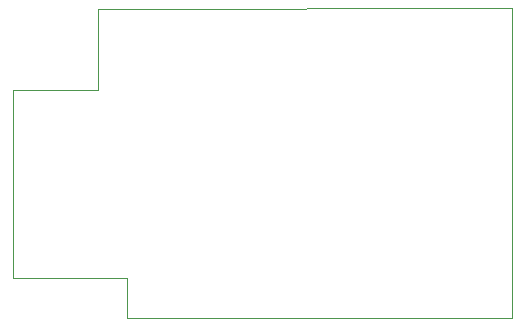
<source format=gbr>
%TF.GenerationSoftware,KiCad,Pcbnew,7.0.8*%
%TF.CreationDate,2024-02-19T13:09:21+00:00*%
%TF.ProjectId,HW_MoveCritic_KiCad_Project,48575f4d-6f76-4654-9372-697469635f4b,rev?*%
%TF.SameCoordinates,Original*%
%TF.FileFunction,Profile,NP*%
%FSLAX46Y46*%
G04 Gerber Fmt 4.6, Leading zero omitted, Abs format (unit mm)*
G04 Created by KiCad (PCBNEW 7.0.8) date 2024-02-19 13:09:21*
%MOMM*%
%LPD*%
G01*
G04 APERTURE LIST*
%TA.AperFunction,Profile*%
%ADD10C,0.100000*%
%TD*%
G04 APERTURE END LIST*
D10*
X142575000Y-96250000D02*
X142575000Y-90100000D01*
X145075000Y-115525000D02*
X145075000Y-112175000D01*
X142575000Y-90100000D02*
X142575000Y-89375000D01*
X177650000Y-115525000D02*
X145075000Y-115525000D01*
X177650000Y-109975000D02*
X177650000Y-115525000D01*
X135425000Y-112175000D02*
X135425000Y-96250000D01*
X135425000Y-96250000D02*
X142575000Y-96250000D01*
X177675000Y-89350000D02*
X177675000Y-95650000D01*
X145075000Y-112175000D02*
X135425000Y-112175000D01*
X177675000Y-95650000D02*
X177650000Y-109975000D01*
X142575000Y-89375000D02*
X177675000Y-89350000D01*
M02*

</source>
